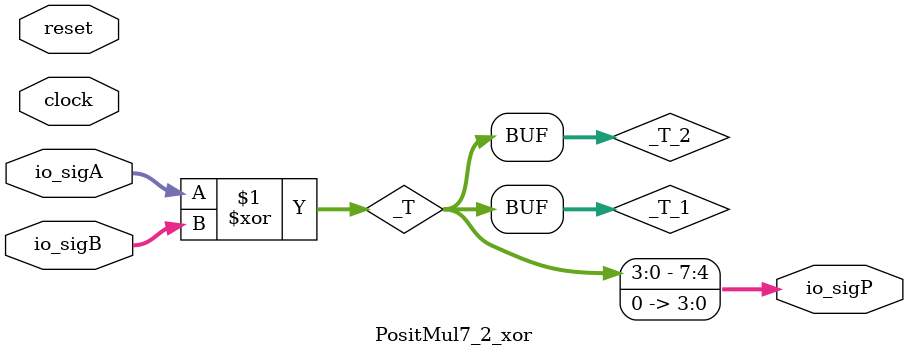
<source format=v>
module PositMul7_2_xor(
  input        clock,
  input        reset,
  input  [3:0] io_sigA,
  input  [3:0] io_sigB,
  output [7:0] io_sigP
);
  wire [3:0] _T; // @[PositMul.scala 51:23]
  wire [3:0] _T_1; // @[PositMul.scala 51:23]
  wire [3:0] _T_2; // @[Cat.scala 29:58]
  assign _T = $signed(io_sigA) ^ $signed(io_sigB); // @[PositMul.scala 51:23]
  assign _T_1 = $signed(_T); // @[PositMul.scala 51:23]
  assign _T_2 = $unsigned(_T_1); // @[Cat.scala 29:58]
  assign io_sigP = {_T_2,4'h0}; // @[PositMul.scala 51:9]
endmodule

</source>
